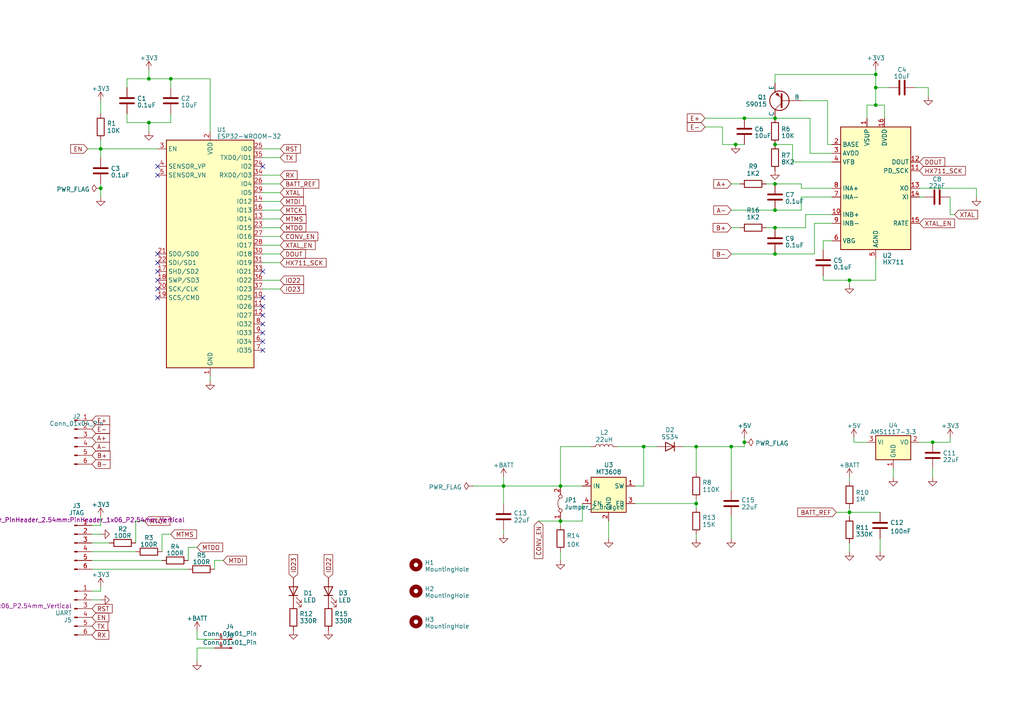
<source format=kicad_sch>
(kicad_sch (version 20230121) (generator eeschema)
  (paper "A4")
  (title_block (title "Electronic hangboard") (date "2023-05-30") (rev "2"))
  (lib_symbols
    (symbol "Analog_ADC:HX711"
      (property "Reference" "U" (at 5.08 21.59 0))
      (property "Value" "HX711" (at 7.62 19.05 0))
      (symbol "HX711_0_1"
        (rectangle (start -10.16 17.78) (end 10.16 -17.78) (stroke (width 0.254)) (fill (type background)))
      )
      (symbol "HX711_1_1"
        (pin power_in line (at -2.54 20.32 270) (length 2.54) (name "VSUP") (number "1"))
        (pin input line (at -12.7 -7.62 0) (length 2.54) (name "INB+") (number "10"))
        (pin input line (at 12.7 5.08 180) (length 2.54) (name "PD_SCK") (number "11"))
        (pin output line (at 12.7 7.62 180) (length 2.54) (name "DOUT") (number "12"))
        (pin passive line (at 12.7 0 180) (length 2.54) (name "XO") (number "13"))
        (pin passive line (at 12.7 -2.54 180) (length 2.54) (name "XI") (number "14"))
        (pin input line (at 12.7 -10.16 180) (length 2.54) (name "RATE") (number "15"))
        (pin power_in line (at 2.54 20.32 270) (length 2.54) (name "DVDD") (number "16"))
        (pin passive line (at -12.7 12.7 0) (length 2.54) (name "BASE") (number "2"))
        (pin power_in line (at -12.7 10.16 0) (length 2.54) (name "AVDD") (number "3"))
        (pin input line (at -12.7 7.62 0) (length 2.54) (name "VFB") (number "4"))
        (pin power_in line (at 0 -20.32 90) (length 2.54) (name "AGND") (number "5"))
        (pin passive line (at -12.7 -15.24 0) (length 2.54) (name "VBG") (number "6"))
        (pin input line (at -12.7 -2.54 0) (length 2.54) (name "INA-") (number "7"))
        (pin input line (at -12.7 0 0) (length 2.54) (name "INA+") (number "8"))
        (pin input line (at -12.7 -10.16 0) (length 2.54) (name "INB-") (number "9"))
      )
    )
    (symbol "Connector:Conn_01x01_Pin" (pin_names (offset 1.016) hide)
      (property "Reference" "J" (at 0 2.54 0))
      (property "Value" "Conn_01x01_Pin" (at 0 -2.54 0))
      (symbol "Conn_01x01_Pin_1_1"
        (polyline (pts (xy 1.27 0) (xy 0.8636 0)) (stroke (width 0.1524)))
        (rectangle (start 0.8636 0.127) (end 0 -0.127) (stroke (width 0.1524)) (fill (type outline)))
        (pin passive line (at 5.08 0 180) (length 3.81) (name "Pin_1") (number "1"))
      )
    )
    (symbol "Connector:Conn_01x06_Pin" (pin_names (offset 1.016) hide)
      (property "Reference" "J" (at 0 7.62 0))
      (property "Value" "Conn_01x06_Pin" (at 0 -10.16 0))
      (symbol "Conn_01x06_Pin_1_1"
        (polyline (pts (xy 1.27 -7.62) (xy 0.8636 -7.62)) (stroke (width 0.1524)))
        (polyline (pts (xy 1.27 -5.08) (xy 0.8636 -5.08)) (stroke (width 0.1524)))
        (polyline (pts (xy 1.27 -2.54) (xy 0.8636 -2.54)) (stroke (width 0.1524)))
        (polyline (pts (xy 1.27 0) (xy 0.8636 0)) (stroke (width 0.1524)))
        (polyline (pts (xy 1.27 2.54) (xy 0.8636 2.54)) (stroke (width 0.1524)))
        (polyline (pts (xy 1.27 5.08) (xy 0.8636 5.08)) (stroke (width 0.1524)))
        (rectangle (start 0.8636 -7.493) (end 0 -7.747) (stroke (width 0.1524)) (fill (type outline)))
        (rectangle (start 0.8636 -4.953) (end 0 -5.207) (stroke (width 0.1524)) (fill (type outline)))
        (rectangle (start 0.8636 -2.413) (end 0 -2.667) (stroke (width 0.1524)) (fill (type outline)))
        (rectangle (start 0.8636 0.127) (end 0 -0.127) (stroke (width 0.1524)) (fill (type outline)))
        (rectangle (start 0.8636 2.667) (end 0 2.413) (stroke (width 0.1524)) (fill (type outline)))
        (rectangle (start 0.8636 5.207) (end 0 4.953) (stroke (width 0.1524)) (fill (type outline)))
        (pin passive line (at 5.08 5.08 180) (length 3.81) (name "Pin_1") (number "1"))
        (pin passive line (at 5.08 2.54 180) (length 3.81) (name "Pin_2") (number "2"))
        (pin passive line (at 5.08 0 180) (length 3.81) (name "Pin_3") (number "3"))
        (pin passive line (at 5.08 -2.54 180) (length 3.81) (name "Pin_4") (number "4"))
        (pin passive line (at 5.08 -5.08 180) (length 3.81) (name "Pin_5") (number "5"))
        (pin passive line (at 5.08 -7.62 180) (length 3.81) (name "Pin_6") (number "6"))
      )
    )
    (symbol "Device:C" (pin_numbers hide) (pin_names (offset 0.254))
      (property "Reference" "C" (at 0.635 2.54 0))
      (property "Value" "C" (at 0.635 -2.54 0))
      (symbol "C_0_1"
        (polyline (pts (xy -2.032 -0.762) (xy 2.032 -0.762)) (stroke (width 0.508)))
        (polyline (pts (xy -2.032 0.762) (xy 2.032 0.762)) (stroke (width 0.508)))
      )
      (symbol "C_1_1"
        (pin passive line (at 0 3.81 270) (length 2.794) (name "~") (number "1"))
        (pin passive line (at 0 -3.81 90) (length 2.794) (name "~") (number "2"))
      )
    )
    (symbol "Device:D" (pin_numbers hide) (pin_names (offset 1.016) hide)
      (property "Reference" "D" (at 0 2.54 0))
      (property "Value" "D" (at 0 -2.54 0))
      (symbol "D_0_1"
        (polyline (pts (xy -1.27 1.27) (xy -1.27 -1.27)) (stroke (width 0.254)))
        (polyline (pts (xy 1.27 0) (xy -1.27 0)))
        (polyline (pts (xy 1.27 1.27) (xy 1.27 -1.27) (xy -1.27 0) (xy 1.27 1.27)) (stroke (width 0.254)))
      )
      (symbol "D_1_1"
        (pin passive line (at -3.81 0 0) (length 2.54) (name "K") (number "1"))
        (pin passive line (at 3.81 0 180) (length 2.54) (name "A") (number "2"))
      )
    )
    (symbol "Device:L" (pin_numbers hide) (pin_names (offset 1.016) hide)
      (property "Reference" "L" (at -1.27 0 90))
      (property "Value" "L" (at 1.905 0 90))
      (symbol "L_0_1"
        (arc (start 0 -2.54) (mid 0.6323 -1.905) (end 0 -1.27))
        (arc (start 0 -1.27) (mid 0.6323 -0.635) (end 0 0))
        (arc (start 0 0) (mid 0.6323 0.635) (end 0 1.27))
        (arc (start 0 1.27) (mid 0.6323 1.905) (end 0 2.54))
      )
      (symbol "L_1_1"
        (pin passive line (at 0 3.81 270) (length 1.27) (name "1") (number "1"))
        (pin passive line (at 0 -3.81 90) (length 1.27) (name "2") (number "2"))
      )
    )
    (symbol "Device:LED" (pin_numbers hide) (pin_names (offset 1.016) hide)
      (property "Reference" "D" (at 0 2.54 0))
      (property "Value" "LED" (at 0 -2.54 0))
      (symbol "LED_0_1"
        (polyline (pts (xy -1.27 -1.27) (xy -1.27 1.27)) (stroke (width 0.254)))
        (polyline (pts (xy -1.27 0) (xy 1.27 0)))
        (polyline (pts (xy 1.27 -1.27) (xy 1.27 1.27) (xy -1.27 0) (xy 1.27 -1.27)) (stroke (width 0.254)))
        (polyline (pts (xy -3.048 -0.762) (xy -4.572 -2.286) (xy -3.81 -2.286) (xy -4.572 -2.286) (xy -4.572 -1.524)))
        (polyline (pts (xy -1.778 -0.762) (xy -3.302 -2.286) (xy -2.54 -2.286) (xy -3.302 -2.286) (xy -3.302 -1.524)))
      )
      (symbol "LED_1_1"
        (pin passive line (at -3.81 0 0) (length 2.54) (name "K") (number "1"))
        (pin passive line (at 3.81 0 180) (length 2.54) (name "A") (number "2"))
      )
    )
    (symbol "Device:R" (pin_numbers hide) (pin_names (offset 0))
      (property "Reference" "R" (at 2.032 0 90))
      (property "Value" "R" (at 0 0 90))
      (symbol "R_0_1"
        (rectangle (start -1.016 -2.54) (end 1.016 2.54) (stroke (width 0.254)))
      )
      (symbol "R_1_1"
        (pin passive line (at 0 3.81 270) (length 1.27) (name "~") (number "1"))
        (pin passive line (at 0 -3.81 90) (length 1.27) (name "~") (number "2"))
      )
    )
    (symbol "Jumper:Jumper_2_Bridged" (pin_names (offset 0) hide)
      (property "Reference" "JP" (at 0 1.905 0))
      (property "Value" "Jumper_2_Bridged" (at 0 -2.54 0))
      (symbol "Jumper_2_Bridged_0_0"
        (circle (center -2.032 0) (radius 0.508))
        (circle (center 2.032 0) (radius 0.508))
      )
      (symbol "Jumper_2_Bridged_0_1"
        (arc (start 1.524 0.254) (mid 0 0.762) (end -1.524 0.254))
      )
      (symbol "Jumper_2_Bridged_1_1"
        (pin passive line (at -5.08 0 0) (length 2.54) (name "A") (number "1"))
        (pin passive line (at 5.08 0 180) (length 2.54) (name "B") (number "2"))
      )
    )
    (symbol "Mechanical:MountingHole" (pin_names (offset 1.016))
      (property "Reference" "H" (at 0 5.08 0))
      (property "Value" "MountingHole" (at 0 3.175 0))
      (symbol "MountingHole_0_1"
        (circle (center 0 0) (radius 1.27) (stroke (width 1.27)))
      )
    )
    (symbol "RF_Module:ESP32-WROOM-32"
      (property "Reference" "U" (at -12.7 34.29 0))
      (property "Value" "ESP32-WROOM-32" (at 1.27 34.29 0))
      (symbol "ESP32-WROOM-32_0_1"
        (rectangle (start -12.7 33.02) (end 12.7 -33.02) (stroke (width 0.254)) (fill (type background)))
      )
      (symbol "ESP32-WROOM-32_1_1"
        (pin power_in line (at 0 -35.56 90) (length 2.54) (name "GND") (number "1"))
        (pin bidirectional line (at 15.24 -12.7 180) (length 2.54) (name "IO25") (number "10"))
        (pin bidirectional line (at 15.24 -15.24 180) (length 2.54) (name "IO26") (number "11"))
        (pin bidirectional line (at 15.24 -17.78 180) (length 2.54) (name "IO27") (number "12"))
        (pin bidirectional line (at 15.24 10.16 180) (length 2.54) (name "IO14") (number "13"))
        (pin bidirectional line (at 15.24 15.24 180) (length 2.54) (name "IO12") (number "14"))
        (pin passive line (at 0 -35.56 90) (length 2.54) hide (name "GND") (number "15"))
        (pin bidirectional line (at 15.24 12.7 180) (length 2.54) (name "IO13") (number "16"))
        (pin bidirectional line (at -15.24 -5.08 0) (length 2.54) (name "SHD/SD2") (number "17"))
        (pin bidirectional line (at -15.24 -7.62 0) (length 2.54) (name "SWP/SD3") (number "18"))
        (pin bidirectional line (at -15.24 -12.7 0) (length 2.54) (name "SCS/CMD") (number "19"))
        (pin power_in line (at 0 35.56 270) (length 2.54) (name "VDD") (number "2"))
        (pin bidirectional line (at -15.24 -10.16 0) (length 2.54) (name "SCK/CLK") (number "20"))
        (pin bidirectional line (at -15.24 0 0) (length 2.54) (name "SDO/SD0") (number "21"))
        (pin bidirectional line (at -15.24 -2.54 0) (length 2.54) (name "SDI/SD1") (number "22"))
        (pin bidirectional line (at 15.24 7.62 180) (length 2.54) (name "IO15") (number "23"))
        (pin bidirectional line (at 15.24 25.4 180) (length 2.54) (name "IO2") (number "24"))
        (pin bidirectional line (at 15.24 30.48 180) (length 2.54) (name "IO0") (number "25"))
        (pin bidirectional line (at 15.24 20.32 180) (length 2.54) (name "IO4") (number "26"))
        (pin bidirectional line (at 15.24 5.08 180) (length 2.54) (name "IO16") (number "27"))
        (pin bidirectional line (at 15.24 2.54 180) (length 2.54) (name "IO17") (number "28"))
        (pin bidirectional line (at 15.24 17.78 180) (length 2.54) (name "IO5") (number "29"))
        (pin input line (at -15.24 30.48 0) (length 2.54) (name "EN") (number "3"))
        (pin bidirectional line (at 15.24 0 180) (length 2.54) (name "IO18") (number "30"))
        (pin bidirectional line (at 15.24 -2.54 180) (length 2.54) (name "IO19") (number "31"))
        (pin no_connect line (at -12.7 -27.94 0) (length 2.54) hide (name "NC") (number "32"))
        (pin bidirectional line (at 15.24 -5.08 180) (length 2.54) (name "IO21") (number "33"))
        (pin bidirectional line (at 15.24 22.86 180) (length 2.54) (name "RXD0/IO3") (number "34"))
        (pin bidirectional line (at 15.24 27.94 180) (length 2.54) (name "TXD0/IO1") (number "35"))
        (pin bidirectional line (at 15.24 -7.62 180) (length 2.54) (name "IO22") (number "36"))
        (pin bidirectional line (at 15.24 -10.16 180) (length 2.54) (name "IO23") (number "37"))
        (pin passive line (at 0 -35.56 90) (length 2.54) hide (name "GND") (number "38"))
        (pin passive line (at 0 -35.56 90) (length 2.54) hide (name "GND") (number "39"))
        (pin input line (at -15.24 25.4 0) (length 2.54) (name "SENSOR_VP") (number "4"))
        (pin input line (at -15.24 22.86 0) (length 2.54) (name "SENSOR_VN") (number "5"))
        (pin input line (at 15.24 -25.4 180) (length 2.54) (name "IO34") (number "6"))
        (pin input line (at 15.24 -27.94 180) (length 2.54) (name "IO35") (number "7"))
        (pin bidirectional line (at 15.24 -20.32 180) (length 2.54) (name "IO32") (number "8"))
        (pin bidirectional line (at 15.24 -22.86 180) (length 2.54) (name "IO33") (number "9"))
      )
    )
    (symbol "Regulator_Linear:AMS1117-3.3"
      (property "Reference" "U" (at -3.81 3.175 0))
      (property "Value" "AMS1117-3.3" (at 0 3.175 0))
      (symbol "AMS1117-3.3_0_1"
        (rectangle (start -5.08 -5.08) (end 5.08 1.905) (stroke (width 0.254)) (fill (type background)))
      )
      (symbol "AMS1117-3.3_1_1"
        (pin power_in line (at 0 -7.62 90) (length 2.54) (name "GND") (number "1"))
        (pin power_out line (at 7.62 0 180) (length 2.54) (name "VO") (number "2"))
        (pin power_in line (at -7.62 0 0) (length 2.54) (name "VI") (number "3"))
      )
    )
    (symbol "Regulator_Switching:MT3608"
      (property "Reference" "U" (at -2.54 8.89 0))
      (property "Value" "MT3608" (at -3.81 6.35 0))
      (symbol "MT3608_0_1"
        (rectangle (start -5.08 5.08) (end 5.08 -5.08) (stroke (width 0.254)) (fill (type background)))
      )
      (symbol "MT3608_1_1"
        (pin passive line (at 7.62 2.54 180) (length 2.54) (name "SW") (number "1"))
        (pin power_in line (at 0 -7.62 90) (length 2.54) (name "GND") (number "2"))
        (pin input line (at 7.62 -2.54 180) (length 2.54) (name "FB") (number "3"))
        (pin input line (at -7.62 -2.54 0) (length 2.54) (name "EN") (number "4"))
        (pin power_in line (at -7.62 2.54 0) (length 2.54) (name "IN") (number "5"))
        (pin no_connect line (at 5.08 0 180) (length 2.54) hide (name "NC") (number "6"))
      )
    )
    (symbol "Simulation_SPICE:PNP" (pin_numbers hide) (pin_names (offset 0))
      (property "Reference" "Q" (at -2.54 7.62 0))
      (property "Value" "PNP" (at -2.54 5.08 0))
      (symbol "PNP_0_1"
        (polyline (pts (xy -2.54 0) (xy 0.635 0)) (stroke (width 0.1524)))
        (polyline (pts (xy 0.635 0.635) (xy 2.54 2.54)))
        (polyline (pts (xy 0.635 -0.635) (xy 2.54 -2.54) (xy 2.54 -2.54)))
        (polyline (pts (xy 0.635 1.905) (xy 0.635 -1.905) (xy 0.635 -1.905)) (stroke (width 0.508)))
        (polyline (pts (xy 2.286 -1.778) (xy 1.778 -2.286) (xy 1.27 -1.27) (xy 2.286 -1.778) (xy 2.286 -1.778)) (fill (type outline)))
        (circle (center 1.27 0) (radius 2.8194) (stroke (width 0.254)))
      )
      (symbol "PNP_1_1"
        (pin open_collector line (at 2.54 5.08 270) (length 2.54) (name "C") (number "1"))
        (pin input line (at -5.08 0 0) (length 2.54) (name "B") (number "2"))
        (pin open_emitter line (at 2.54 -5.08 90) (length 2.54) (name "E") (number "3"))
      )
    )
    (symbol "power:+3V3" (power) (pin_names (offset 0))
      (property "Value" "+3V3" (at 0 3.556 0))
      (symbol "+3V3_0_1"
        (polyline (pts (xy -0.762 1.27) (xy 0 2.54)))
        (polyline (pts (xy 0 0) (xy 0 2.54)))
        (polyline (pts (xy 0 2.54) (xy 0.762 1.27)))
      )
      (symbol "+3V3_1_1"
        (pin power_in line (at 0 0 90) (length 0) hide (name "+3V3") (number "1"))
      )
    )
    (symbol "power:+5V" (power) (pin_names (offset 0))
      (property "Value" "+5V" (at 0 3.556 0))
      (symbol "+5V_0_1"
        (polyline (pts (xy -0.762 1.27) (xy 0 2.54)))
        (polyline (pts (xy 0 0) (xy 0 2.54)))
        (polyline (pts (xy 0 2.54) (xy 0.762 1.27)))
      )
      (symbol "+5V_1_1"
        (pin power_in line (at 0 0 90) (length 0) hide (name "+5V") (number "1"))
      )
    )
    (symbol "power:+BATT" (power) (pin_names (offset 0))
      (property "Value" "+BATT" (at 0 3.556 0))
      (symbol "+BATT_0_1"
        (polyline (pts (xy -0.762 1.27) (xy 0 2.54)))
        (polyline (pts (xy 0 0) (xy 0 2.54)))
        (polyline (pts (xy 0 2.54) (xy 0.762 1.27)))
      )
      (symbol "+BATT_1_1"
        (pin power_in line (at 0 0 90) (length 0) hide (name "+BATT") (number "1"))
      )
    )
    (symbol "power:GND" (power) (pin_names (offset 0))
      (property "Value" "GND" (at 0 -3.81 0))
      (symbol "GND_0_1"
        (polyline (pts (xy 0 0) (xy 0 -1.27) (xy 1.27 -1.27) (xy 0 -2.54) (xy -1.27 -1.27) (xy 0 -1.27)))
      )
      (symbol "GND_1_1"
        (pin power_in line (at 0 0 270) (length 0) hide (name "GND") (number "1"))
      )
    )
    (symbol "power:PWR_FLAG" (power) (pin_numbers hide) (pin_names (offset 0) hide)
      (property "Value" "PWR_FLAG" (at 0 3.81 0))
      (symbol "PWR_FLAG_0_0"
        (pin power_out line (at 0 0 90) (length 0) (name "pwr") (number "1"))
      )
      (symbol "PWR_FLAG_0_1"
        (polyline (pts (xy 0 0) (xy 0 1.27) (xy -1.016 1.905) (xy 0 2.54) (xy 1.016 1.905) (xy 0 1.27)))
      )
    )
  )
  (junction (at 201.93 146.05))
  (junction (at 224.79 53.34))
  (junction (at 246.38 81.28))
  (junction (at 224.79 66.04))
  (junction (at 215.9 128.27))
  (junction (at 270.51 128.27))
  (junction (at 186.69 129.54))
  (junction (at 246.38 148.59))
  (junction (at 254 25.4))
  (junction (at 212.09 129.54))
  (junction (at 49.53 22.86))
  (junction (at 224.79 34.29))
  (junction (at 43.18 35.56))
  (junction (at 201.93 129.54))
  (junction (at 29.21 54.61))
  (junction (at 162.56 151.13))
  (junction (at 224.79 41.91))
  (junction (at 162.56 140.97))
  (junction (at 43.18 22.86))
  (junction (at 254 30.48))
  (junction (at 254 21.59))
  (junction (at 146.05 140.97))
  (junction (at 224.79 73.66))
  (junction (at 224.79 60.96))
  (junction (at 29.21 43.18))
  (junction (at 213.36 41.91))
  (junction (at 215.9 34.29))
  (no_connect (at 45.72 50.8))
  (no_connect (at 76.2 78.74))
  (no_connect (at 76.2 88.9))
  (no_connect (at 76.2 91.44))
  (no_connect (at 45.72 83.82))
  (no_connect (at 45.72 81.28))
  (no_connect (at 76.2 96.52))
  (no_connect (at 76.2 86.36))
  (no_connect (at 45.72 78.74))
  (no_connect (at 45.72 73.66))
  (no_connect (at 45.72 48.26))
  (no_connect (at 76.2 93.98))
  (no_connect (at 45.72 76.2))
  (no_connect (at 76.2 48.26))
  (no_connect (at 76.2 101.6))
  (no_connect (at 76.2 99.06))
  (no_connect (at 45.72 86.36))
  (wire (pts (xy 254 25.4) (xy 257.81 25.4)))
  (wire (pts (xy 251.46 30.48) (xy 254 30.48)))
  (wire (pts (xy 209.55 36.83) (xy 209.55 41.91)))
  (wire (pts (xy 254 25.4) (xy 254 30.48)))
  (wire (pts (xy 209.55 41.91) (xy 213.36 41.91)))
  (wire (pts (xy 247.65 128.27) (xy 251.46 128.27)))
  (wire (pts (xy 238.76 81.28) (xy 246.38 81.28)))
  (wire (pts (xy 224.79 21.59) (xy 254 21.59)))
  (wire (pts (xy 233.68 62.23) (xy 233.68 66.04)))
  (wire (pts (xy 201.93 154.94) (xy 201.93 156.21)))
  (wire (pts (xy 26.67 160.02) (xy 39.37 160.02)))
  (wire (pts (xy 49.53 22.86) (xy 43.18 22.86)))
  (wire (pts (xy 254 21.59) (xy 254 25.4)))
  (wire (pts (xy 224.79 24.13) (xy 224.79 21.59)))
  (wire (pts (xy 76.2 53.34) (xy 81.28 53.34)))
  (wire (pts (xy 41.91 151.13) (xy 39.37 151.13)))
  (wire (pts (xy 76.2 60.96) (xy 81.28 60.96)))
  (wire (pts (xy 246.38 138.43) (xy 246.38 139.7)))
  (wire (pts (xy 26.67 157.48) (xy 31.75 157.48)))
  (wire (pts (xy 146.05 153.67) (xy 146.05 154.94)))
  (wire (pts (xy 215.9 34.29) (xy 224.79 34.29)))
  (wire (pts (xy 60.96 22.86) (xy 49.53 22.86)))
  (wire (pts (xy 29.21 171.45) (xy 29.21 170.18)))
  (wire (pts (xy 49.53 154.94) (xy 46.99 154.94)))
  (wire (pts (xy 234.95 34.29) (xy 234.95 44.45)))
  (wire (pts (xy 259.08 135.89) (xy 259.08 138.43)))
  (wire (pts (xy 137.16 140.97) (xy 146.05 140.97)))
  (wire (pts (xy 168.91 151.13) (xy 162.56 151.13)))
  (wire (pts (xy 36.83 22.86) (xy 43.18 22.86)))
  (wire (pts (xy 76.2 43.18) (xy 81.28 43.18)))
  (wire (pts (xy 76.2 68.58) (xy 81.28 68.58)))
  (wire (pts (xy 184.15 146.05) (xy 201.93 146.05)))
  (wire (pts (xy 269.24 25.4) (xy 269.24 27.94)))
  (wire (pts (xy 39.37 151.13) (xy 39.37 157.48)))
  (wire (pts (xy 241.3 57.15) (xy 232.41 57.15)))
  (wire (pts (xy 236.22 64.77) (xy 236.22 73.66)))
  (wire (pts (xy 26.67 154.94) (xy 29.21 154.94)))
  (wire (pts (xy 215.9 129.54) (xy 212.09 129.54)))
  (wire (pts (xy 229.87 46.99) (xy 241.3 46.99)))
  (wire (pts (xy 26.67 171.45) (xy 29.21 171.45)))
  (wire (pts (xy 162.56 151.13) (xy 162.56 152.4)))
  (wire (pts (xy 255.27 156.21) (xy 255.27 160.02)))
  (wire (pts (xy 76.2 83.82) (xy 81.28 83.82)))
  (wire (pts (xy 36.83 33.02) (xy 36.83 35.56)))
  (wire (pts (xy 240.03 41.91) (xy 241.3 41.91)))
  (wire (pts (xy 76.2 45.72) (xy 81.28 45.72)))
  (wire (pts (xy 76.2 55.88) (xy 81.28 55.88)))
  (wire (pts (xy 29.21 54.61) (xy 29.21 57.15)))
  (wire (pts (xy 36.83 25.4) (xy 36.83 22.86)))
  (wire (pts (xy 162.56 160.02) (xy 162.56 162.56)))
  (wire (pts (xy 254 81.28) (xy 254 74.93)))
  (wire (pts (xy 76.2 71.12) (xy 81.28 71.12)))
  (wire (pts (xy 275.59 128.27) (xy 270.51 128.27)))
  (wire (pts (xy 238.76 69.85) (xy 238.76 72.39)))
  (wire (pts (xy 222.25 66.04) (xy 224.79 66.04)))
  (wire (pts (xy 232.41 60.96) (xy 224.79 60.96)))
  (wire (pts (xy 246.38 148.59) (xy 246.38 149.86)))
  (wire (pts (xy 275.59 127) (xy 275.59 128.27)))
  (wire (pts (xy 46.99 154.94) (xy 46.99 160.02)))
  (wire (pts (xy 198.12 129.54) (xy 201.93 129.54)))
  (wire (pts (xy 29.21 29.21) (xy 29.21 33.02)))
  (wire (pts (xy 251.46 34.29) (xy 251.46 30.48)))
  (wire (pts (xy 26.67 152.4) (xy 29.21 152.4)))
  (wire (pts (xy 224.79 41.91) (xy 229.87 41.91)))
  (wire (pts (xy 64.77 162.56) (xy 62.23 162.56)))
  (wire (pts (xy 266.7 57.15) (xy 267.97 57.15)))
  (wire (pts (xy 246.38 81.28) (xy 254 81.28)))
  (wire (pts (xy 232.41 53.34) (xy 232.41 54.61)))
  (wire (pts (xy 212.09 142.24) (xy 212.09 129.54)))
  (wire (pts (xy 179.07 129.54) (xy 186.69 129.54)))
  (wire (pts (xy 224.79 34.29) (xy 234.95 34.29)))
  (wire (pts (xy 45.72 43.18) (xy 29.21 43.18)))
  (wire (pts (xy 186.69 140.97) (xy 186.69 129.54)))
  (wire (pts (xy 26.67 165.1) (xy 54.61 165.1)))
  (wire (pts (xy 176.53 151.13) (xy 176.53 156.21)))
  (wire (pts (xy 162.56 129.54) (xy 162.56 140.97)))
  (wire (pts (xy 215.9 128.27) (xy 215.9 129.54)))
  (wire (pts (xy 256.54 34.29) (xy 256.54 30.48)))
  (wire (pts (xy 234.95 44.45) (xy 241.3 44.45)))
  (wire (pts (xy 57.15 182.88) (xy 57.15 185.42)))
  (wire (pts (xy 212.09 149.86) (xy 212.09 156.21)))
  (wire (pts (xy 204.47 34.29) (xy 215.9 34.29)))
  (wire (pts (xy 57.15 185.42) (xy 62.23 185.42)))
  (wire (pts (xy 201.93 144.78) (xy 201.93 146.05)))
  (wire (pts (xy 76.2 81.28) (xy 81.28 81.28)))
  (wire (pts (xy 212.09 60.96) (xy 224.79 60.96)))
  (wire (pts (xy 238.76 80.01) (xy 238.76 81.28)))
  (wire (pts (xy 201.93 129.54) (xy 201.93 137.16)))
  (wire (pts (xy 29.21 53.34) (xy 29.21 54.61)))
  (wire (pts (xy 232.41 57.15) (xy 232.41 60.96)))
  (wire (pts (xy 76.2 63.5) (xy 81.28 63.5)))
  (wire (pts (xy 233.68 62.23) (xy 241.3 62.23)))
  (wire (pts (xy 224.79 66.04) (xy 233.68 66.04)))
  (wire (pts (xy 204.47 36.83) (xy 209.55 36.83)))
  (wire (pts (xy 76.2 50.8) (xy 81.28 50.8)))
  (wire (pts (xy 146.05 138.43) (xy 146.05 140.97)))
  (wire (pts (xy 62.23 162.56) (xy 62.23 165.1)))
  (wire (pts (xy 222.25 53.34) (xy 224.79 53.34)))
  (wire (pts (xy 162.56 140.97) (xy 168.91 140.97)))
  (wire (pts (xy 215.9 127) (xy 215.9 128.27)))
  (wire (pts (xy 43.18 22.86) (xy 43.18 20.32)))
  (wire (pts (xy 26.67 173.99) (xy 29.21 173.99)))
  (wire (pts (xy 156.21 151.13) (xy 162.56 151.13)))
  (wire (pts (xy 43.18 35.56) (xy 43.18 38.1)))
  (wire (pts (xy 49.53 35.56) (xy 43.18 35.56)))
  (wire (pts (xy 60.96 22.86) (xy 60.96 38.1)))
  (wire (pts (xy 265.43 25.4) (xy 269.24 25.4)))
  (wire (pts (xy 57.15 158.75) (xy 54.61 158.75)))
  (wire (pts (xy 49.53 25.4) (xy 49.53 22.86)))
  (wire (pts (xy 213.36 41.91) (xy 215.9 41.91)))
  (wire (pts (xy 246.38 82.55) (xy 246.38 81.28)))
  (wire (pts (xy 146.05 140.97) (xy 146.05 146.05)))
  (wire (pts (xy 184.15 140.97) (xy 186.69 140.97)))
  (wire (pts (xy 254 20.32) (xy 254 21.59)))
  (wire (pts (xy 168.91 146.05) (xy 168.91 151.13)))
  (wire (pts (xy 190.5 129.54) (xy 186.69 129.54)))
  (wire (pts (xy 146.05 140.97) (xy 162.56 140.97)))
  (wire (pts (xy 29.21 43.18) (xy 29.21 40.64)))
  (wire (pts (xy 236.22 64.77) (xy 241.3 64.77)))
  (wire (pts (xy 76.2 58.42) (xy 81.28 58.42)))
  (wire (pts (xy 256.54 30.48) (xy 254 30.48)))
  (wire (pts (xy 76.2 66.04) (xy 81.28 66.04)))
  (wire (pts (xy 29.21 43.18) (xy 29.21 45.72)))
  (wire (pts (xy 283.21 57.15) (xy 283.21 54.61)))
  (wire (pts (xy 171.45 129.54) (xy 162.56 129.54)))
  (wire (pts (xy 201.93 129.54) (xy 212.09 129.54)))
  (wire (pts (xy 57.15 187.96) (xy 62.23 187.96)))
  (wire (pts (xy 26.67 162.56) (xy 46.99 162.56)))
  (wire (pts (xy 201.93 146.05) (xy 201.93 147.32)))
  (wire (pts (xy 25.4 43.18) (xy 29.21 43.18)))
  (wire (pts (xy 54.61 158.75) (xy 54.61 162.56)))
  (wire (pts (xy 270.51 135.89) (xy 270.51 138.43)))
  (wire (pts (xy 232.41 29.21) (xy 240.03 29.21)))
  (wire (pts (xy 212.09 53.34) (xy 214.63 53.34)))
  (wire (pts (xy 232.41 53.34) (xy 224.79 53.34)))
  (wire (pts (xy 275.59 62.23) (xy 276.86 62.23)))
  (wire (pts (xy 246.38 147.32) (xy 246.38 148.59)))
  (wire (pts (xy 283.21 54.61) (xy 266.7 54.61)))
  (wire (pts (xy 76.2 73.66) (xy 81.28 73.66)))
  (wire (pts (xy 212.09 73.66) (xy 224.79 73.66)))
  (wire (pts (xy 229.87 41.91) (xy 229.87 46.99)))
  (wire (pts (xy 76.2 76.2) (xy 81.28 76.2)))
  (wire (pts (xy 246.38 157.48) (xy 246.38 160.02)))
  (wire (pts (xy 240.03 29.21) (xy 240.03 41.91)))
  (wire (pts (xy 36.83 35.56) (xy 43.18 35.56)))
  (wire (pts (xy 57.15 191.77) (xy 57.15 187.96)))
  (wire (pts (xy 246.38 148.59) (xy 255.27 148.59)))
  (wire (pts (xy 275.59 57.15) (xy 275.59 62.23)))
  (wire (pts (xy 49.53 33.02) (xy 49.53 35.56)))
  (wire (pts (xy 236.22 73.66) (xy 224.79 73.66)))
  (wire (pts (xy 241.3 54.61) (xy 232.41 54.61)))
  (wire (pts (xy 242.57 148.59) (xy 246.38 148.59)))
  (wire (pts (xy 241.3 69.85) (xy 238.76 69.85)))
  (wire (pts (xy 60.96 109.22) (xy 60.96 110.49)))
  (wire (pts (xy 266.7 128.27) (xy 270.51 128.27)))
  (wire (pts (xy 212.09 66.04) (xy 214.63 66.04)))
  (wire (pts (xy 247.65 127) (xy 247.65 128.27)))
  (wire (pts (xy 29.21 149.86) (xy 29.21 152.4)))
  (global_label "EN" (shape input) (at 25.4 43.18 180) (property "Intersheetrefs" "${INTERSHEET_REFS}" (effects hide)))
  (global_label "XTAL" (shape input) (at 81.28 55.88 0) (property "Intersheetrefs" "${INTERSHEET_REFS}" (effects hide)))
  (global_label "MTMS" (shape input) (at 81.28 63.5 0) (property "Intersheetrefs" "${INTERSHEET_REFS}" (effects hide)))
  (global_label "E-" (shape input) (at 204.47 36.83 180) (property "Intersheetrefs" "${INTERSHEET_REFS}" (effects hide)))
  (global_label "MTDI" (shape input) (at 64.77 162.56 0) (property "Intersheetrefs" "${INTERSHEET_REFS}" (effects hide)))
  (global_label "B-" (shape input) (at 212.09 73.66 180) (property "Intersheetrefs" "${INTERSHEET_REFS}" (effects hide)))
  (global_label "IO22" (shape input) (at 81.28 81.28 0) (property "Intersheetrefs" "${INTERSHEET_REFS}" (effects hide)))
  (global_label "BATT_REF" (shape input) (at 81.28 53.34 0) (property "Intersheetrefs" "${INTERSHEET_REFS}" (effects hide)))
  (global_label "RST" (shape input) (at 81.28 43.18 0) (property "Intersheetrefs" "${INTERSHEET_REFS}" (effects hide)))
  (global_label "MTCK" (shape input) (at 81.28 60.96 0) (property "Intersheetrefs" "${INTERSHEET_REFS}" (effects hide)))
  (global_label "XTAL" (shape input) (at 276.86 62.23 0) (property "Intersheetrefs" "${INTERSHEET_REFS}" (effects hide)))
  (global_label "DOUT" (shape input) (at 81.28 73.66 0) (property "Intersheetrefs" "${INTERSHEET_REFS}" (effects hide)))
  (global_label "A-" (shape input) (at 26.67 129.54 0) (property "Intersheetrefs" "${INTERSHEET_REFS}" (effects hide)))
  (global_label "MTDI" (shape input) (at 81.28 58.42 0) (property "Intersheetrefs" "${INTERSHEET_REFS}" (effects hide)))
  (global_label "IO23" (shape input) (at 81.28 83.82 0) (property "Intersheetrefs" "${INTERSHEET_REFS}" (effects hide)))
  (global_label "HX711_SCK" (shape input) (at 81.28 76.2 0) (property "Intersheetrefs" "${INTERSHEET_REFS}" (effects hide)))
  (global_label "IO23" (shape input) (at 85.09 167.64 90) (property "Intersheetrefs" "${INTERSHEET_REFS}" (effects hide)))
  (global_label "B+" (shape input) (at 26.67 132.08 0) (property "Intersheetrefs" "${INTERSHEET_REFS}" (effects hide)))
  (global_label "XTAL_EN" (shape input) (at 266.7 64.77 0) (property "Intersheetrefs" "${INTERSHEET_REFS}" (effects hide)))
  (global_label "A-" (shape input) (at 212.09 60.96 180) (property "Intersheetrefs" "${INTERSHEET_REFS}" (effects hide)))
  (global_label "TX" (shape input) (at 26.67 181.61 0) (property "Intersheetrefs" "${INTERSHEET_REFS}" (effects hide)))
  (global_label "EN" (shape input) (at 26.67 179.07 0) (property "Intersheetrefs" "${INTERSHEET_REFS}" (effects hide)))
  (global_label "E+" (shape input) (at 26.67 121.92 0) (property "Intersheetrefs" "${INTERSHEET_REFS}" (effects hide)))
  (global_label "B-" (shape input) (at 26.67 134.62 0) (property "Intersheetrefs" "${INTERSHEET_REFS}" (effects hide)))
  (global_label "A+" (shape input) (at 212.09 53.34 180) (property "Intersheetrefs" "${INTERSHEET_REFS}" (effects hide)))
  (global_label "BATT_REF" (shape input) (at 242.57 148.59 180) (property "Intersheetrefs" "${INTERSHEET_REFS}" (effects hide)))
  (global_label "IO22" (shape input) (at 95.25 167.64 90) (property "Intersheetrefs" "${INTERSHEET_REFS}" (effects hide)))
  (global_label "TX" (shape input) (at 81.28 45.72 0) (property "Intersheetrefs" "${INTERSHEET_REFS}" (effects hide)))
  (global_label "DOUT" (shape input) (at 266.7 46.99 0) (property "Intersheetrefs" "${INTERSHEET_REFS}" (effects hide)))
  (global_label "CONV_EN" (shape input) (at 81.28 68.58 0) (property "Intersheetrefs" "${INTERSHEET_REFS}" (effects hide)))
  (global_label "MTDO" (shape input) (at 81.28 66.04 0) (property "Intersheetrefs" "${INTERSHEET_REFS}" (effects hide)))
  (global_label "XTAL_EN" (shape input) (at 81.28 71.12 0) (property "Intersheetrefs" "${INTERSHEET_REFS}" (effects hide)))
  (global_label "MTDO" (shape input) (at 57.15 158.75 0) (property "Intersheetrefs" "${INTERSHEET_REFS}" (effects hide)))
  (global_label "HX711_SCK" (shape input) (at 266.7 49.53 0) (property "Intersheetrefs" "${INTERSHEET_REFS}" (effects hide)))
  (global_label "A+" (shape input) (at 26.67 127 0) (property "Intersheetrefs" "${INTERSHEET_REFS}" (effects hide)))
  (global_label "B+" (shape input) (at 212.09 66.04 180) (property "Intersheetrefs" "${INTERSHEET_REFS}" (effects hide)))
  (global_label "E-" (shape input) (at 26.67 124.46 0) (property "Intersheetrefs" "${INTERSHEET_REFS}" (effects hide)))
  (global_label "RST" (shape input) (at 26.67 176.53 0) (property "Intersheetrefs" "${INTERSHEET_REFS}" (effects hide)))
  (global_label "MTMS" (shape input) (at 49.53 154.94 0) (property "Intersheetrefs" "${INTERSHEET_REFS}" (effects hide)))
  (global_label "RX" (shape input) (at 81.28 50.8 0) (property "Intersheetrefs" "${INTERSHEET_REFS}" (effects hide)))
  (global_label "CONV_EN" (shape input) (at 156.21 151.13 270) (property "Intersheetrefs" "${INTERSHEET_REFS}" (effects hide)))
  (global_label "MTCK" (shape input) (at 41.91 151.13 0) (property "Intersheetrefs" "${INTERSHEET_REFS}" (effects hide)))
  (global_label "RX" (shape input) (at 26.67 184.15 0) (property "Intersheetrefs" "${INTERSHEET_REFS}" (effects hide)))
  (global_label "E+" (shape input) (at 204.47 34.29 180) (property "Intersheetrefs" "${INTERSHEET_REFS}" (effects hide)))
  (symbol (lib_id "power:GND") (at 60.96 110.49 0) (unit 1)
    (property "Reference" "#PWR02" (effects hide))
    (property "Value" "GND" (effects hide))
  )
  (symbol (lib_id "Device:R") (at 201.93 140.97 0) (unit 1)
    (property "Reference" "R8" (at 203.708 139.946 0) (effects (justify left)))
    (property "Value" "110K" (at 203.708 141.994 0) (effects (justify left)))
    (property "Footprint" "Resistor_SMD:R_1206_3216Metric_Pad1.30x1.75mm_HandSolder" (effects hide))
  )
  (symbol (lib_id "power:+5V") (at 247.65 127 0) (unit 1)
    (property "Reference" "#PWR022" (effects hide))
    (property "Value" "+5V" (at 247.65 123.4981 0))
  )
  (symbol (lib_id "power:GND") (at 213.36 41.91 0) (unit 1)
    (property "Reference" "#PWR012" (effects hide))
    (property "Value" "GND" (effects hide))
  )
  (symbol (lib_id "power:GND") (at 29.21 173.99 90) (mirror x) (unit 1)
    (property "Reference" "#PWR016" (effects hide))
    (property "Value" "GND" (effects hide))
  )
  (symbol (lib_id "Device:R") (at 95.25 179.07 0) (unit 1)
    (property "Reference" "R15" (at 97.028 178.046 0) (effects (justify left)))
    (property "Value" "330R" (at 97.028 180.094 0) (effects (justify left)))
    (property "Footprint" "Resistor_SMD:R_1206_3216Metric_Pad1.30x1.75mm_HandSolder" (effects hide))
  )
  (symbol (lib_id "Device:C") (at 212.09 146.05 180) (unit 1)
    (property "Reference" "C15" (at 215.011 145.026 0) (effects (justify right)))
    (property "Value" "22uF" (at 215.011 147.074 0) (effects (justify right)))
    (property "Footprint" "Capacitor_SMD:C_1206_3216Metric_Pad1.33x1.80mm_HandSolder" (effects hide))
  )
  (symbol (lib_id "Device:C") (at 146.05 149.86 180) (unit 1)
    (property "Reference" "C13" (at 148.971 148.836 0) (effects (justify right)))
    (property "Value" "22uF" (at 148.971 150.884 0) (effects (justify right)))
    (property "Footprint" "Capacitor_SMD:C_1206_3216Metric_Pad1.33x1.80mm_HandSolder" (effects hide))
  )
  (symbol (lib_id "Device:C") (at 49.53 29.21 0) (unit 1)
    (property "Reference" "C2" (at 52.451 28.5663 0) (effects (justify left)))
    (property "Value" "10uF" (at 52.451 30.4873 0) (effects (justify left)))
    (property "Footprint" "Capacitor_SMD:C_1206_3216Metric_Pad1.33x1.80mm_HandSolder" (effects hide))
  )
  (symbol (lib_id "Device:R") (at 218.44 53.34 90) (unit 1)
    (property "Reference" "R9" (at 218.44 48.26 90))
    (property "Value" "1K2" (at 218.44 50.308 90))
    (property "Footprint" "Resistor_SMD:R_1206_3216Metric_Pad1.30x1.75mm_HandSolder" (effects hide))
  )
  (symbol (lib_id "power:GND") (at 255.27 160.02 0) (unit 1)
    (property "Reference" "#PWR030" (effects hide))
    (property "Value" "GND" (effects hide))
  )
  (symbol (lib_id "power:GND") (at 246.38 160.02 0) (unit 1)
    (property "Reference" "#PWR029" (effects hide))
    (property "Value" "GND" (effects hide))
  )
  (symbol (lib_id "power:PWR_FLAG") (at 29.21 54.61 90) (unit 1)
    (property "Reference" "#FLG02" (effects hide))
    (property "Value" "PWR_FLAG" (at 26.0351 54.9268 90) (effects (justify left)))
  )
  (symbol (lib_id "power:GND") (at 270.51 138.43 0) (unit 1)
    (property "Reference" "#PWR024" (effects hide))
    (property "Value" "GND" (effects hide))
  )
  (symbol (lib_id "Device:R") (at 29.21 36.83 0) (unit 1)
    (property "Reference" "R1" (at 30.988 35.806 0) (effects (justify left)))
    (property "Value" "10K" (at 30.988 37.854 0) (effects (justify left)))
    (property "Footprint" "Resistor_SMD:R_1206_3216Metric_Pad1.30x1.75mm_HandSolder" (effects hide))
  )
  (symbol (lib_id "power:PWR_FLAG") (at 215.9 128.27 270) (unit 1)
    (property "Reference" "#FLG05" (effects hide))
    (property "Value" "PWR_FLAG" (at 219.075 128.5868 90) (effects (justify left)))
  )
  (symbol (lib_id "Device:R") (at 58.42 165.1 90) (unit 1)
    (property "Reference" "R5" (at 58.42 161.0741 90))
    (property "Value" "100R" (at 58.42 162.9951 90))
    (property "Footprint" "Resistor_SMD:R_1206_3216Metric_Pad1.30x1.75mm_HandSolder" (effects hide))
  )
  (symbol (lib_id "Device:R") (at 35.56 157.48 90) (unit 1)
    (property "Reference" "R2" (at 35.56 153.4541 90))
    (property "Value" "100R" (at 35.56 155.3751 90))
    (property "Footprint" "Resistor_SMD:R_1206_3216Metric_Pad1.30x1.75mm_HandSolder" (effects hide))
  )
  (symbol (lib_id "Device:R") (at 218.44 66.04 90) (unit 1)
    (property "Reference" "R16" (at 218.44 60.96 90))
    (property "Value" "1K2" (at 218.44 63.008 90))
    (property "Footprint" "Resistor_SMD:R_1206_3216Metric_Pad1.30x1.75mm_HandSolder" (effects hide))
  )
  (symbol (lib_id "Jumper:Jumper_2_Bridged") (at 162.56 146.05 90) (unit 1)
    (property "Reference" "JP1" (at 163.703 145.026 90) (effects (justify right)))
    (property "Value" "Jumper_2_Bridged" (at 163.703 147.074 90) (effects (justify right)))
    (property "Footprint" "Jumper:SolderJumper-2_P1.3mm_Bridged_RoundedPad1.0x1.5mm" (effects hide))
  )
  (symbol (lib_id "power:+5V") (at 215.9 127 0) (unit 1)
    (property "Reference" "#PWR037" (effects hide))
    (property "Value" "+5V" (at 215.9 123.4981 0))
  )
  (symbol (lib_id "power:GND") (at 29.21 57.15 0) (unit 1)
    (property "Reference" "#PWR04" (effects hide))
    (property "Value" "GND" (effects hide))
  )
  (symbol (lib_id "Device:LED") (at 85.09 171.45 90) (unit 1)
    (property "Reference" "D1" (at 88.011 172.0135 90) (effects (justify right)))
    (property "Value" "LED" (at 88.011 174.0615 90) (effects (justify right)))
    (property "Footprint" "Diode_SMD:D_1206_3216Metric_Pad1.42x1.75mm_HandSolder" (effects hide))
  )
  (symbol (lib_id "Device:C") (at 255.27 152.4 0) (unit 1)
    (property "Reference" "C12" (at 258.191 151.5653 0) (effects (justify left)))
    (property "Value" "100nF" (at 258.191 154.1022 0) (effects (justify left)))
    (property "Footprint" "Capacitor_SMD:C_1206_3216Metric_Pad1.33x1.80mm_HandSolder" (effects hide))
  )
  (symbol (lib_id "power:GND") (at 95.25 182.88 0) (unit 1)
    (property "Reference" "#PWR018" (effects hide))
    (property "Value" "GND" (effects hide))
  )
  (symbol (lib_id "power:GND") (at 269.24 27.94 0) (unit 1)
    (property "Reference" "#PWR010" (effects hide))
    (property "Value" "GND" (effects hide))
  )
  (symbol (lib_id "power:GND") (at 57.15 191.77 0) (unit 1)
    (property "Reference" "#PWR020" (effects hide))
    (property "Value" "GND" (effects hide))
  )
  (symbol (lib_id "Device:C") (at 36.83 29.21 0) (unit 1)
    (property "Reference" "C1" (at 39.751 28.5663 0) (effects (justify left)))
    (property "Value" "0.1uF" (at 39.751 30.4873 0) (effects (justify left)))
    (property "Footprint" "Capacitor_SMD:C_1206_3216Metric_Pad1.33x1.80mm_HandSolder" (effects hide))
  )
  (symbol (lib_id "Device:C") (at 238.76 76.2 180) (unit 1)
    (property "Reference" "C5" (at 241.681 75.5563 0) (effects (justify right)))
    (property "Value" "0.1uF" (at 241.681 77.4773 0) (effects (justify right)))
    (property "Footprint" "Capacitor_SMD:C_1206_3216Metric_Pad1.33x1.80mm_HandSolder" (effects hide))
  )
  (symbol (lib_id "power:GND") (at 212.09 156.21 0) (unit 1)
    (property "Reference" "#PWR036" (effects hide))
    (property "Value" "GND" (effects hide))
  )
  (symbol (lib_id "Device:R") (at 246.38 153.67 0) (unit 1)
    (property "Reference" "R11" (at 248.158 153.0263 0) (effects (justify left)))
    (property "Value" "330K" (at 248.158 154.9473 0) (effects (justify left)))
    (property "Footprint" "Resistor_SMD:R_1206_3216Metric_Pad1.30x1.75mm_HandSolder" (effects hide))
  )
  (symbol (lib_id "Mechanical:MountingHole") (at 120.65 171.45 0) (unit 1)
    (property "Reference" "H2" (at 123.19 170.8063 0) (effects (justify left)))
    (property "Value" "MountingHole" (at 123.19 172.7273 0) (effects (justify left)))
    (property "Footprint" "MountingHole:MountingHole_3.2mm_M3_DIN965_Pad_TopBottom" (effects hide))
  )
  (symbol (lib_id "Device:R") (at 85.09 179.07 180) (unit 1)
    (property "Reference" "R12" (at 86.868 178.046 0) (effects (justify right)))
    (property "Value" "330R" (at 86.868 180.094 0) (effects (justify right)))
    (property "Footprint" "Resistor_SMD:R_1206_3216Metric_Pad1.30x1.75mm_HandSolder" (effects hide))
  )
  (symbol (lib_id "Regulator_Linear:AMS1117-3.3") (at 259.08 128.27 0) (unit 1)
    (property "Reference" "U4" (at 259.08 123.3551 0))
    (property "Value" "AMS1117-3.3" (at 259.08 125.2761 0))
    (property "Footprint" "Package_TO_SOT_SMD:SOT-223-3_TabPin2" (effects hide))
    (property "Datasheet" "http://www.advanced-monolithic.com/pdf/ds1117.pdf" (effects hide))
  )
  (symbol (lib_id "Device:C") (at 224.79 57.15 0) (unit 1)
    (property "Reference" "C7" (at 227.711 56.5063 0) (effects (justify left)))
    (property "Value" "0.1uF" (at 227.711 58.4273 0) (effects (justify left)))
    (property "Footprint" "Capacitor_SMD:C_1206_3216Metric_Pad1.33x1.80mm_HandSolder" (effects hide))
  )
  (symbol (lib_id "Regulator_Switching:MT3608") (at 176.53 143.51 0) (unit 1)
    (property "Reference" "U3" (at 176.53 134.85 0))
    (property "Value" "MT3608" (at 176.53 136.898 0))
    (property "Footprint" "Package_TO_SOT_SMD:SOT-23-6" (effects hide))
    (property "Datasheet" "https://www.olimex.com/Products/Breadboarding/BB-PWR-3608/resources/MT3608.pdf" (effects hide))
  )
  (symbol (lib_id "power:+BATT") (at 246.38 138.43 0) (unit 1)
    (property "Reference" "#PWR019" (effects hide))
    (property "Value" "+BATT" (at 246.38 134.9281 0))
  )
  (symbol (lib_id "Device:D") (at 194.31 129.54 180) (unit 1)
    (property "Reference" "D2" (at 194.31 124.69 0))
    (property "Value" "SS34" (at 194.31 126.738 0))
    (property "Footprint" "Diode_SMD:D_SMA_Handsoldering" (effects hide))
    (property "Sim.Device" "D" (effects hide))
    (property "Sim.Pins" "1=K 2=A" (effects hide))
  )
  (symbol (lib_id "Device:L") (at 175.26 129.54 90) (unit 1)
    (property "Reference" "L2" (at 175.26 125.4547 90))
    (property "Value" "22uH" (at 175.26 127.5027 90))
    (property "Footprint" "Inductor_SMD:L_Bourns_SRP7028A_7.3x6.6mm" (effects hide))
  )
  (symbol (lib_id "power:+3V3") (at 29.21 29.21 0) (unit 1)
    (property "Reference" "#PWR03" (effects hide))
    (property "Value" "+3V3" (at 29.21 25.7081 0))
  )
  (symbol (lib_id "Mechanical:MountingHole") (at 120.65 180.34 0) (unit 1)
    (property "Reference" "H3" (at 123.19 179.6963 0) (effects (justify left)))
    (property "Value" "MountingHole" (at 123.19 181.6173 0) (effects (justify left)))
    (property "Footprint" "MountingHole:MountingHole_3.2mm_M3_DIN965_Pad_TopBottom" (effects hide))
  )
  (symbol (lib_id "Connector:Conn_01x01_Pin") (at 67.31 185.42 180) (unit 1)
    (property "Reference" "J4" (at 66.675 181.7638 0))
    (property "Value" "Conn_01x01_Pin" (at 66.675 183.8118 0))
    (property "Footprint" "Connector_Wire:SolderWirePad_1x01_SMD_5x10mm" (effects hide))
  )
  (symbol (lib_id "power:GND") (at 201.93 156.21 0) (unit 1)
    (property "Reference" "#PWR035" (effects hide))
    (property "Value" "GND" (effects hide))
  )
  (symbol (lib_id "power:+3V3") (at 254 20.32 0) (unit 1)
    (property "Reference" "#PWR09" (effects hide))
    (property "Value" "+3V3" (at 254 16.8181 0))
  )
  (symbol (lib_id "power:PWR_FLAG") (at 137.16 140.97 90) (unit 1)
    (property "Reference" "#FLG04" (effects hide))
    (property "Value" "PWR_FLAG" (at 133.9851 141.2868 90) (effects (justify left)))
  )
  (symbol (lib_id "Device:C") (at 270.51 132.08 180) (unit 1)
    (property "Reference" "C11" (at 273.431 131.4363 0) (effects (justify right)))
    (property "Value" "22uF" (at 273.431 133.3573 0) (effects (justify right)))
    (property "Footprint" "Capacitor_SMD:C_1206_3216Metric_Pad1.33x1.80mm_HandSolder" (effects hide))
  )
  (symbol (lib_id "power:GND") (at 176.53 156.21 0) (unit 1)
    (property "Reference" "#PWR034" (effects hide))
    (property "Value" "GND" (effects hide))
  )
  (symbol (lib_id "power:+3V3") (at 29.21 170.18 0) (mirror y) (unit 1)
    (property "Reference" "#PWR08" (effects hide))
    (property "Value" "+3V3" (at 29.21 166.6781 0))
  )
  (symbol (lib_id "Device:C") (at 261.62 25.4 90) (unit 1)
    (property "Reference" "C4" (at 261.62 20.2311 90))
    (property "Value" "10uF" (at 261.62 22.1521 90))
    (property "Footprint" "Capacitor_SMD:C_1206_3216Metric_Pad1.33x1.80mm_HandSolder" (effects hide))
  )
  (symbol (lib_id "Device:C") (at 215.9 38.1 180) (unit 1)
    (property "Reference" "C6" (at 218.821 37.4563 0) (effects (justify right)))
    (property "Value" "10uF" (at 218.821 39.3773 0) (effects (justify right)))
    (property "Footprint" "Capacitor_SMD:C_1206_3216Metric_Pad1.33x1.80mm_HandSolder" (effects hide))
  )
  (symbol (lib_id "Analog_ADC:HX711") (at 254 54.61 0) (unit 1)
    (property "Reference" "U2" (at 255.9559 74.1125 0) (effects (justify left)))
    (property "Value" "HX711" (at 255.9559 76.0335 0) (effects (justify left)))
    (property "Footprint" "Package_SO:SOP-16_3.9x9.9mm_P1.27mm" (effects hide))
    (property "Datasheet" "https://cdn.sparkfun.com/datasheets/Sensors/ForceFlex/hx711_english.pdf" (effects hide))
  )
  (symbol (lib_id "power:GND") (at 146.05 154.94 0) (unit 1)
    (property "Reference" "#PWR033" (effects hide))
    (property "Value" "GND" (effects hide))
  )
  (symbol (lib_id "power:GND") (at 283.21 57.15 0) (unit 1)
    (property "Reference" "#PWR014" (effects hide))
    (property "Value" "GND" (effects hide))
  )
  (symbol (lib_id "Device:R") (at 50.8 162.56 90) (unit 1)
    (property "Reference" "R4" (at 50.8 158.5341 90))
    (property "Value" "100R" (at 50.8 160.4551 90))
    (property "Footprint" "Resistor_SMD:R_1206_3216Metric_Pad1.30x1.75mm_HandSolder" (effects hide))
  )
  (symbol (lib_id "power:GND") (at 246.38 82.55 0) (unit 1)
    (property "Reference" "#PWR011" (effects hide))
    (property "Value" "GND" (effects hide))
  )
  (symbol (lib_id "Mechanical:MountingHole") (at 120.65 163.83 0) (unit 1)
    (property "Reference" "H1" (at 123.19 163.1863 0) (effects (justify left)))
    (property "Value" "MountingHole" (at 123.19 165.1073 0) (effects (justify left)))
    (property "Footprint" "MountingHole:MountingHole_3.2mm_M3_DIN965_Pad_TopBottom" (effects hide))
  )
  (symbol (lib_id "Device:C") (at 271.78 57.15 90) (unit 1)
    (property "Reference" "C8" (at 271.78 51.9811 90))
    (property "Value" "22pF" (at 271.78 53.9021 90))
    (property "Footprint" "Capacitor_SMD:C_1206_3216Metric_Pad1.33x1.80mm_HandSolder" (effects hide))
  )
  (symbol (lib_id "power:+3V3") (at 43.18 20.32 0) (unit 1)
    (property "Reference" "#PWR01" (effects hide))
    (property "Value" "+3V3" (at 43.18 16.8181 0))
  )
  (symbol (lib_id "power:+BATT") (at 57.15 182.88 0) (unit 1)
    (property "Reference" "#PWR013" (effects hide))
    (property "Value" "+BATT" (at 57.15 179.3781 0))
  )
  (symbol (lib_id "Connector:Conn_01x06_Pin") (at 21.59 127 0) (unit 1)
    (property "Reference" "J2" (at 22.225 120.8038 0))
    (property "Value" "Conn_01x04_Pin" (at 22.225 122.8518 0))
    (property "Footprint" "Connector_PinHeader_2.54mm:PinHeader_1x06_P2.54mm_Vertical" (effects hide))
  )
  (symbol (lib_id "power:+3V3") (at 29.21 149.86 0) (unit 1)
    (property "Reference" "#PWR06" (effects hide))
    (property "Value" "+3V3" (at 29.21 146.3581 0))
  )
  (symbol (lib_id "Device:R") (at 43.18 160.02 90) (unit 1)
    (property "Reference" "R3" (at 43.18 155.9941 90))
    (property "Value" "100R" (at 43.18 157.9151 90))
    (property "Footprint" "Resistor_SMD:R_1206_3216Metric_Pad1.30x1.75mm_HandSolder" (effects hide))
  )
  (symbol (lib_id "power:+BATT") (at 146.05 138.43 0) (unit 1)
    (property "Reference" "#PWR032" (effects hide))
    (property "Value" "+BATT" (at 146.05 134.9281 0))
  )
  (symbol (lib_id "Connector:Conn_01x01_Pin") (at 67.31 187.96 180) (unit 1)
    (property "Reference" "J6" (at 66.675 184.3038 0))
    (property "Value" "Conn_01x01_Pin" (at 66.675 186.3518 0))
    (property "Footprint" "Connector_Wire:SolderWirePad_1x01_SMD_5x10mm" (effects hide))
  )
  (symbol (lib_id "Simulation_SPICE:PNP") (at 227.33 29.21 180) (unit 1)
    (property "Reference" "Q1" (at 222.4787 28.186 0) (effects (justify left)))
    (property "Value" "S9015" (at 222.4787 30.234 0) (effects (justify left)))
    (property "Footprint" "Package_TO_SOT_SMD:SOT-23" (effects hide))
    (property "Sim.Device" "PNP" (effects hide))
    (property "Sim.Type" "GUMMELPOON" (effects hide))
    (property "Sim.Pins" "1=C 2=B 3=E" (effects hide))
  )
  (symbol (lib_id "power:GND") (at 162.56 162.56 0) (unit 1)
    (property "Reference" "#PWR038" (effects hide))
    (property "Value" "GND" (effects hide))
  )
  (symbol (lib_id "Device:R") (at 201.93 151.13 0) (unit 1)
    (property "Reference" "R13" (at 203.708 150.106 0) (effects (justify left)))
    (property "Value" "15K" (at 203.708 152.154 0) (effects (justify left)))
    (property "Footprint" "Resistor_SMD:R_1206_3216Metric_Pad1.30x1.75mm_HandSolder" (effects hide))
  )
  (symbol (lib_id "Device:LED") (at 95.25 171.45 90) (unit 1)
    (property "Reference" "D3" (at 98.171 172.0135 90) (effects (justify right)))
    (property "Value" "LED" (at 98.171 174.0615 90) (effects (justify right)))
    (property "Footprint" "Diode_SMD:D_1206_3216Metric_Pad1.42x1.75mm_HandSolder" (effects hide))
  )
  (symbol (lib_id "Device:R") (at 162.56 156.21 0) (unit 1)
    (property "Reference" "R14" (at 164.338 155.3753 0) (effects (justify left)))
    (property "Value" "10K" (at 164.338 157.9122 0) (effects (justify left)))
    (property "Footprint" "Resistor_SMD:R_1206_3216Metric_Pad1.30x1.75mm_HandSolder" (effects hide))
  )
  (symbol (lib_id "Device:C") (at 29.21 49.53 180) (unit 1)
    (property "Reference" "C3" (at 32.131 48.8863 0) (effects (justify right)))
    (property "Value" "0.1uF" (at 32.131 50.8073 0) (effects (justify right)))
    (property "Footprint" "Capacitor_SMD:C_1206_3216Metric_Pad1.33x1.80mm_HandSolder" (effects hide))
  )
  (symbol (lib_id "Device:R") (at 224.79 38.1 0) (unit 1)
    (property "Reference" "R6" (at 226.568 37.4563 0) (effects (justify left)))
    (property "Value" "10K" (at 226.568 39.3773 0) (effects (justify left)))
    (property "Footprint" "Resistor_SMD:R_1206_3216Metric_Pad1.30x1.75mm_HandSolder" (effects hide))
  )
  (symbol (lib_id "power:+3V3") (at 275.59 127 0) (unit 1)
    (property "Reference" "#PWR025" (effects hide))
    (property "Value" "+3V3" (at 275.59 123.4981 0))
  )
  (symbol (lib_id "power:GND") (at 259.08 138.43 0) (unit 1)
    (property "Reference" "#PWR023" (effects hide))
    (property "Value" "GND" (effects hide))
  )
  (symbol (lib_id "power:GND") (at 85.09 182.88 0) (unit 1)
    (property "Reference" "#PWR017" (effects hide))
    (property "Value" "GND" (effects hide))
  )
  (symbol (lib_id "power:GND") (at 224.79 49.53 0) (unit 1)
    (property "Reference" "#PWR015" (effects hide))
    (property "Value" "GND" (effects hide))
  )
  (symbol (lib_id "Device:C") (at 224.79 69.85 0) (unit 1)
    (property "Reference" "C9" (at 227.711 69.2063 0) (effects (justify left)))
    (property "Value" "0.1uF" (at 227.711 71.1273 0) (effects (justify left)))
    (property "Footprint" "Capacitor_SMD:C_1206_3216Metric_Pad1.33x1.80mm_HandSolder" (effects hide))
  )
  (symbol (lib_id "power:GND") (at 43.18 38.1 0) (unit 1)
    (property "Reference" "#PWR05" (effects hide))
    (property "Value" "GND" (effects hide))
  )
  (symbol (lib_id "Device:R") (at 224.79 45.72 0) (unit 1)
    (property "Reference" "R7" (at 226.568 45.0763 0) (effects (justify left)))
    (property "Value" "8K2" (at 226.568 46.9973 0) (effects (justify left)))
    (property "Footprint" "Resistor_SMD:R_1206_3216Metric_Pad1.30x1.75mm_HandSolder" (effects hide))
  )
  (symbol (lib_id "RF_Module:ESP32-WROOM-32") (at 60.96 73.66 0) (unit 1)
    (property "Reference" "U1" (at 62.9159 37.6301 0) (effects (justify left)))
    (property "Value" "ESP32-WROOM-32" (at 62.9159 39.5511 0) (effects (justify left)))
    (property "Footprint" "RF_Module:ESP32-WROOM-32" (effects hide))
    (property "Datasheet" "https://www.espressif.com/sites/default/files/documentation/esp32-wroom-32_datasheet_en.pdf" (effects hide))
  )
  (symbol (lib_id "Connector:Conn_01x06_Pin") (at 21.59 176.53 0) (unit 1)
    (property "Reference" "J5" (at 20.8788 179.848 0) (effects (justify right)))
    (property "Value" "UART" (at 20.8788 177.8 0) (effects (justify right)))
    (property "Footprint" "Connector_PinHeader_2.54mm:PinHeader_1x06_P2.54mm_Vertical" (at 20.8788 175.752 0) (effects (justify right)))
  )
  (symbol (lib_id "Device:R") (at 246.38 143.51 0) (unit 1)
    (property "Reference" "R10" (at 248.158 142.8663 0) (effects (justify left)))
    (property "Value" "1M" (at 248.158 144.7873 0) (effects (justify left)))
    (property "Footprint" "Resistor_SMD:R_1206_3216Metric_Pad1.30x1.75mm_HandSolder" (effects hide))
  )
  (symbol (lib_id "Connector:Conn_01x06_Pin") (at 21.59 157.48 0) (unit 1)
    (property "Reference" "J3" (at 22.225 146.6958 0))
    (property "Value" "JTAG" (at 22.225 148.7438 0))
    (property "Footprint" "Connector_PinHeader_2.54mm:PinHeader_1x06_P2.54mm_Vertical" (at 22.225 150.7918 0))
  )
  (symbol (lib_id "power:GND") (at 29.21 154.94 90) (unit 1)
    (property "Reference" "#PWR07" (effects hide))
    (property "Value" "GND" (effects hide))
  )
)
</source>
